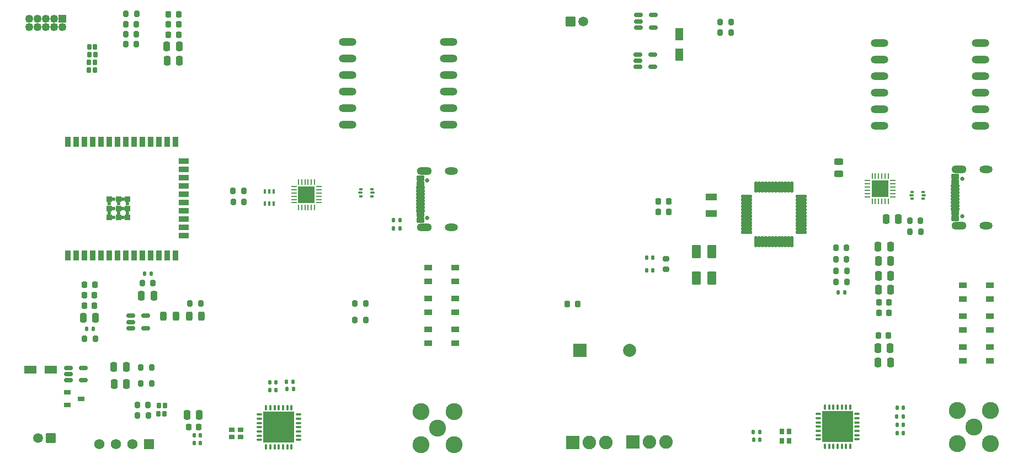
<source format=gbr>
%TF.GenerationSoftware,KiCad,Pcbnew,9.0.0*%
%TF.CreationDate,2025-09-24T11:45:30+09:00*%
%TF.ProjectId,FLP_PCB_set,464c505f-5043-4425-9f73-65742e6b6963,rev?*%
%TF.SameCoordinates,Original*%
%TF.FileFunction,Soldermask,Top*%
%TF.FilePolarity,Negative*%
%FSLAX46Y46*%
G04 Gerber Fmt 4.6, Leading zero omitted, Abs format (unit mm)*
G04 Created by KiCad (PCBNEW 9.0.0) date 2025-09-24 11:45:30*
%MOMM*%
%LPD*%
G01*
G04 APERTURE LIST*
G04 Aperture macros list*
%AMRoundRect*
0 Rectangle with rounded corners*
0 $1 Rounding radius*
0 $2 $3 $4 $5 $6 $7 $8 $9 X,Y pos of 4 corners*
0 Add a 4 corners polygon primitive as box body*
4,1,4,$2,$3,$4,$5,$6,$7,$8,$9,$2,$3,0*
0 Add four circle primitives for the rounded corners*
1,1,$1+$1,$2,$3*
1,1,$1+$1,$4,$5*
1,1,$1+$1,$6,$7*
1,1,$1+$1,$8,$9*
0 Add four rect primitives between the rounded corners*
20,1,$1+$1,$2,$3,$4,$5,0*
20,1,$1+$1,$4,$5,$6,$7,0*
20,1,$1+$1,$6,$7,$8,$9,0*
20,1,$1+$1,$8,$9,$2,$3,0*%
G04 Aperture macros list end*
%ADD10RoundRect,0.250000X-0.250000X-0.475000X0.250000X-0.475000X0.250000X0.475000X-0.250000X0.475000X0*%
%ADD11RoundRect,0.062500X0.350000X0.062500X-0.350000X0.062500X-0.350000X-0.062500X0.350000X-0.062500X0*%
%ADD12RoundRect,0.062500X0.062500X0.350000X-0.062500X0.350000X-0.062500X-0.350000X0.062500X-0.350000X0*%
%ADD13R,2.600000X2.600000*%
%ADD14RoundRect,0.200000X0.200000X0.275000X-0.200000X0.275000X-0.200000X-0.275000X0.200000X-0.275000X0*%
%ADD15RoundRect,0.093750X0.156250X0.093750X-0.156250X0.093750X-0.156250X-0.093750X0.156250X-0.093750X0*%
%ADD16RoundRect,0.075000X0.250000X0.075000X-0.250000X0.075000X-0.250000X-0.075000X0.250000X-0.075000X0*%
%ADD17RoundRect,0.147500X-0.147500X-0.172500X0.147500X-0.172500X0.147500X0.172500X-0.147500X0.172500X0*%
%ADD18RoundRect,0.102000X-0.245000X-0.300000X0.245000X-0.300000X0.245000X0.300000X-0.245000X0.300000X0*%
%ADD19RoundRect,0.140000X-0.140000X-0.170000X0.140000X-0.170000X0.140000X0.170000X-0.140000X0.170000X0*%
%ADD20RoundRect,0.243750X-0.243750X-0.456250X0.243750X-0.456250X0.243750X0.456250X-0.243750X0.456250X0*%
%ADD21RoundRect,0.147500X0.147500X0.172500X-0.147500X0.172500X-0.147500X-0.172500X0.147500X-0.172500X0*%
%ADD22RoundRect,0.200000X-0.200000X-0.275000X0.200000X-0.275000X0.200000X0.275000X-0.200000X0.275000X0*%
%ADD23RoundRect,0.075000X-0.312500X-0.075000X0.312500X-0.075000X0.312500X0.075000X-0.312500X0.075000X0*%
%ADD24RoundRect,0.075000X-0.075000X-0.312500X0.075000X-0.312500X0.075000X0.312500X-0.075000X0.312500X0*%
%ADD25R,4.800000X4.800000*%
%ADD26RoundRect,0.135000X0.135000X0.185000X-0.135000X0.185000X-0.135000X-0.185000X0.135000X-0.185000X0*%
%ADD27RoundRect,0.102000X-0.525000X-0.325000X0.525000X-0.325000X0.525000X0.325000X-0.525000X0.325000X0*%
%ADD28RoundRect,0.102000X0.654000X0.654000X-0.654000X0.654000X-0.654000X-0.654000X0.654000X-0.654000X0*%
%ADD29C,1.512000*%
%ADD30RoundRect,0.200000X-0.275000X0.200000X-0.275000X-0.200000X0.275000X-0.200000X0.275000X0.200000X0*%
%ADD31O,2.704000X1.204000*%
%ADD32RoundRect,0.225000X0.225000X0.250000X-0.225000X0.250000X-0.225000X-0.250000X0.225000X-0.250000X0*%
%ADD33R,1.100000X0.650000*%
%ADD34RoundRect,0.225000X-0.225000X-0.250000X0.225000X-0.250000X0.225000X0.250000X-0.225000X0.250000X0*%
%ADD35RoundRect,0.150000X-0.512500X-0.150000X0.512500X-0.150000X0.512500X0.150000X-0.512500X0.150000X0*%
%ADD36RoundRect,0.100000X0.100000X-0.225000X0.100000X0.225000X-0.100000X0.225000X-0.100000X-0.225000X0*%
%ADD37C,0.650000*%
%ADD38RoundRect,0.090000X0.490000X-0.300000X0.490000X0.300000X-0.490000X0.300000X-0.490000X-0.300000X0*%
%ADD39RoundRect,0.090000X0.500000X-0.300000X0.500000X0.300000X-0.500000X0.300000X-0.500000X-0.300000X0*%
%ADD40RoundRect,0.090000X0.570000X-0.150000X0.570000X0.150000X-0.570000X0.150000X-0.570000X-0.150000X0*%
%ADD41O,2.304000X1.254000*%
%ADD42O,2.004000X1.104000*%
%ADD43C,2.604000*%
%ADD44RoundRect,0.102000X0.245000X0.300000X-0.245000X0.300000X-0.245000X-0.300000X0.245000X-0.300000X0*%
%ADD45R,0.900000X0.800000*%
%ADD46RoundRect,0.243750X-0.456250X0.243750X-0.456250X-0.243750X0.456250X-0.243750X0.456250X0.243750X0*%
%ADD47RoundRect,0.102000X0.600000X0.900000X-0.600000X0.900000X-0.600000X-0.900000X0.600000X-0.900000X0*%
%ADD48R,0.900000X1.500000*%
%ADD49R,1.500000X0.900000*%
%ADD50R,0.900000X0.900000*%
%ADD51C,0.600000*%
%ADD52RoundRect,0.243750X0.243750X0.456250X-0.243750X0.456250X-0.243750X-0.456250X0.243750X-0.456250X0*%
%ADD53RoundRect,0.102000X-0.937500X-0.937500X0.937500X-0.937500X0.937500X0.937500X-0.937500X0.937500X0*%
%ADD54C,2.079000*%
%ADD55RoundRect,0.102000X-0.505000X0.840000X-0.505000X-0.840000X0.505000X-0.840000X0.505000X0.840000X0*%
%ADD56R,0.800000X0.900000*%
%ADD57RoundRect,0.102000X-0.685000X-0.685000X0.685000X-0.685000X0.685000X0.685000X-0.685000X0.685000X0*%
%ADD58C,1.574000*%
%ADD59RoundRect,0.121000X-0.761000X-0.121000X0.761000X-0.121000X0.761000X0.121000X-0.761000X0.121000X0*%
%ADD60RoundRect,0.121000X-0.121000X-0.761000X0.121000X-0.761000X0.121000X0.761000X-0.121000X0.761000X0*%
%ADD61RoundRect,0.102000X-0.654000X-0.654000X0.654000X-0.654000X0.654000X0.654000X-0.654000X0.654000X0*%
%ADD62R,2.000000X2.000000*%
%ADD63C,2.000000*%
%ADD64RoundRect,0.102000X0.525000X0.525000X-0.525000X0.525000X-0.525000X-0.525000X0.525000X-0.525000X0*%
%ADD65C,1.254000*%
%ADD66R,1.800000X1.000000*%
%ADD67RoundRect,0.102000X-0.840000X-0.505000X0.840000X-0.505000X0.840000X0.505000X-0.840000X0.505000X0*%
G04 APERTURE END LIST*
D10*
%TO.C,C43*%
X173530000Y-62800000D03*
X175430000Y-62800000D03*
%TD*%
D11*
%TO.C,U4*%
X86527500Y-60337500D03*
X86527500Y-59837500D03*
X86527500Y-59337500D03*
X86527500Y-58837500D03*
X86527500Y-58337500D03*
X86527500Y-57837500D03*
D12*
X85840000Y-57150000D03*
X85340000Y-57150000D03*
X84840000Y-57150000D03*
X84340000Y-57150000D03*
X83840000Y-57150000D03*
X83340000Y-57150000D03*
D11*
X82652500Y-57837500D03*
X82652500Y-58337500D03*
X82652500Y-58837500D03*
X82652500Y-59337500D03*
X82652500Y-59837500D03*
X82652500Y-60337500D03*
D12*
X83340000Y-61025000D03*
X83840000Y-61025000D03*
X84340000Y-61025000D03*
X84840000Y-61025000D03*
X85340000Y-61025000D03*
X85840000Y-61025000D03*
D13*
X84590000Y-59087500D03*
%TD*%
D14*
%TO.C,R3*%
X58510000Y-32910000D03*
X56860000Y-32910000D03*
%TD*%
D15*
%TO.C,U6*%
X94660000Y-59340000D03*
D16*
X94735000Y-58802500D03*
D15*
X94660000Y-58265000D03*
X92960000Y-58265000D03*
D16*
X92885000Y-58802500D03*
D15*
X92960000Y-59340000D03*
%TD*%
D17*
%TO.C,L4*%
X175225000Y-95730000D03*
X176195000Y-95730000D03*
%TD*%
D18*
%TO.C,C11*%
X61923000Y-91450000D03*
X62837000Y-91450000D03*
%TD*%
D19*
%TO.C,C24*%
X78940000Y-89060000D03*
X79900000Y-89060000D03*
%TD*%
D20*
%TO.C,D4*%
X62652500Y-77760000D03*
X64527500Y-77760000D03*
%TD*%
D14*
%TO.C,R20*%
X178830000Y-64780000D03*
X177180000Y-64780000D03*
%TD*%
D19*
%TO.C,C38*%
X136790000Y-68780000D03*
X137750000Y-68780000D03*
%TD*%
D21*
%TO.C,L3*%
X176155000Y-94420000D03*
X175185000Y-94420000D03*
%TD*%
D10*
%TO.C,C18*%
X59257500Y-74575000D03*
X61157500Y-74575000D03*
%TD*%
D22*
%TO.C,R7*%
X59175000Y-85600000D03*
X60825000Y-85600000D03*
%TD*%
D23*
%TO.C,U7*%
X77362500Y-92842500D03*
X77362500Y-93492500D03*
X77362500Y-94142500D03*
X77362500Y-94792500D03*
X77362500Y-95442500D03*
X77362500Y-96092500D03*
X77362500Y-96742500D03*
D24*
X78400000Y-97780000D03*
X79050000Y-97780000D03*
X79700000Y-97780000D03*
X80350000Y-97780000D03*
X81000000Y-97780000D03*
X81650000Y-97780000D03*
X82300000Y-97780000D03*
D23*
X83337500Y-96742500D03*
X83337500Y-96092500D03*
X83337500Y-95442500D03*
X83337500Y-94792500D03*
X83337500Y-94142500D03*
X83337500Y-93492500D03*
X83337500Y-92842500D03*
D24*
X82300000Y-91805000D03*
X81650000Y-91805000D03*
X81000000Y-91805000D03*
X80350000Y-91805000D03*
X79700000Y-91805000D03*
X79050000Y-91805000D03*
X78400000Y-91805000D03*
D25*
X80350000Y-94792500D03*
%TD*%
D26*
%TO.C,R16*%
X98955000Y-64305000D03*
X97935000Y-64305000D03*
%TD*%
D27*
%TO.C,S1*%
X103286500Y-79765000D03*
X107436500Y-79765000D03*
X103286500Y-81915000D03*
X107436500Y-81915000D03*
%TD*%
D10*
%TO.C,C42*%
X172270000Y-84820000D03*
X174170000Y-84820000D03*
%TD*%
D28*
%TO.C,J7*%
X125090000Y-32490000D03*
D29*
X127090000Y-32490000D03*
%TD*%
D22*
%TO.C,R8*%
X58635000Y-91410000D03*
X60285000Y-91410000D03*
%TD*%
D30*
%TO.C,R27*%
X139790000Y-68920000D03*
X139790000Y-70570000D03*
%TD*%
D31*
%TO.C,U1*%
X90890000Y-35680000D03*
X90890000Y-38220000D03*
X90890000Y-40760000D03*
X90890000Y-43300000D03*
X90890000Y-45840000D03*
X90890000Y-48380000D03*
X106390000Y-48380000D03*
X106390000Y-45840000D03*
X106390000Y-43300000D03*
X106390000Y-40760000D03*
X106390000Y-38220000D03*
X106390000Y-35680000D03*
%TD*%
D14*
%TO.C,R14*%
X68355000Y-75830000D03*
X66705000Y-75830000D03*
%TD*%
D27*
%TO.C,ID1*%
X185340000Y-77730000D03*
X189490000Y-77730000D03*
X185340000Y-79880000D03*
X189490000Y-79880000D03*
%TD*%
D26*
%TO.C,R17*%
X98940000Y-63010000D03*
X97920000Y-63010000D03*
%TD*%
D22*
%TO.C,R22*%
X148080000Y-32570000D03*
X149730000Y-32570000D03*
%TD*%
D32*
%TO.C,C37*%
X126165000Y-75890000D03*
X124615000Y-75890000D03*
%TD*%
D33*
%TO.C,Q1*%
X47930000Y-89440000D03*
X47930000Y-91360000D03*
X50030000Y-90400000D03*
%TD*%
D26*
%TO.C,R13*%
X60730000Y-71200000D03*
X59710000Y-71200000D03*
%TD*%
D34*
%TO.C,C8*%
X50525000Y-76110000D03*
X52075000Y-76110000D03*
%TD*%
D27*
%TO.C,Ctrl1*%
X103286500Y-70265000D03*
X107436500Y-70265000D03*
X103286500Y-72415000D03*
X107436500Y-72415000D03*
%TD*%
D18*
%TO.C,C4*%
X51266000Y-37620000D03*
X52180000Y-37620000D03*
%TD*%
D35*
%TO.C,U3*%
X48030000Y-85670000D03*
X48030000Y-86620000D03*
X48030000Y-87570000D03*
X50305000Y-87570000D03*
X50305000Y-85670000D03*
%TD*%
D36*
%TO.C,Q2*%
X78220000Y-60490000D03*
X78870000Y-60490000D03*
X79520000Y-60490000D03*
X79520000Y-58590000D03*
X78870000Y-58590000D03*
X78220000Y-58590000D03*
%TD*%
D19*
%TO.C,C19*%
X67370000Y-97190000D03*
X68330000Y-97190000D03*
%TD*%
D10*
%TO.C,C34*%
X172250000Y-82610000D03*
X174150000Y-82610000D03*
%TD*%
D35*
%TO.C,U11*%
X135415000Y-37570000D03*
X135415000Y-38520000D03*
X135415000Y-39470000D03*
X137690000Y-39470000D03*
X137690000Y-37570000D03*
%TD*%
D34*
%TO.C,C7*%
X63410000Y-31395000D03*
X64960000Y-31395000D03*
%TD*%
D19*
%TO.C,L2*%
X81620000Y-88930000D03*
X82580000Y-88930000D03*
%TD*%
D18*
%TO.C,C15*%
X61893000Y-92690000D03*
X62807000Y-92690000D03*
%TD*%
D14*
%TO.C,R4*%
X58515000Y-31345000D03*
X56865000Y-31345000D03*
%TD*%
D37*
%TO.C,J6*%
X185200000Y-62420000D03*
X185200000Y-56640000D03*
D38*
X184130000Y-62730000D03*
D39*
X184130000Y-61930000D03*
D40*
X184130000Y-60780000D03*
X184130000Y-59780000D03*
X184130000Y-59280000D03*
X184130000Y-58280000D03*
D38*
X184130000Y-56330000D03*
D39*
X184130000Y-57130000D03*
D40*
X184130000Y-57780000D03*
X184130000Y-58780000D03*
X184130000Y-60280000D03*
X184130000Y-61280000D03*
D41*
X184700000Y-63850000D03*
X184700000Y-55210000D03*
D42*
X188880000Y-63850000D03*
X188880000Y-55210000D03*
%TD*%
D43*
%TO.C,J5*%
X104660000Y-94890000D03*
X107200000Y-97430000D03*
X107200000Y-92350000D03*
X102120000Y-92350000D03*
X102120000Y-97430000D03*
%TD*%
D35*
%TO.C,U5*%
X57632500Y-77690000D03*
X57632500Y-78640000D03*
X57632500Y-79590000D03*
X59907500Y-79590000D03*
X59907500Y-77690000D03*
%TD*%
D14*
%TO.C,R9*%
X74985000Y-60180000D03*
X73335000Y-60180000D03*
%TD*%
D32*
%TO.C,C28*%
X173985000Y-75590000D03*
X172435000Y-75590000D03*
%TD*%
D44*
%TO.C,C3*%
X52150000Y-36430000D03*
X51236000Y-36430000D03*
%TD*%
D14*
%TO.C,R19*%
X93660000Y-78340000D03*
X92010000Y-78340000D03*
%TD*%
D43*
%TO.C,J8*%
X187000000Y-94790000D03*
X189540000Y-97330000D03*
X189540000Y-92250000D03*
X184460000Y-92250000D03*
X184460000Y-97330000D03*
%TD*%
D10*
%TO.C,C16*%
X55022500Y-85540000D03*
X56922500Y-85540000D03*
%TD*%
D45*
%TO.C,Y1*%
X73110000Y-96320000D03*
X74510000Y-96320000D03*
X74510000Y-95220000D03*
X73110000Y-95220000D03*
%TD*%
D44*
%TO.C,C6*%
X52117000Y-39980000D03*
X51203000Y-39980000D03*
%TD*%
D22*
%TO.C,R15*%
X59395000Y-72680000D03*
X61045000Y-72680000D03*
%TD*%
D19*
%TO.C,C31*%
X153177500Y-96715000D03*
X154137500Y-96715000D03*
%TD*%
D34*
%TO.C,C36*%
X172420000Y-77260000D03*
X173970000Y-77260000D03*
%TD*%
D37*
%TO.C,J4*%
X103130000Y-62670000D03*
X103130000Y-56890000D03*
D38*
X102060000Y-62980000D03*
D39*
X102060000Y-62180000D03*
D40*
X102060000Y-61030000D03*
X102060000Y-60030000D03*
X102060000Y-59530000D03*
X102060000Y-58530000D03*
D38*
X102060000Y-56580000D03*
D39*
X102060000Y-57380000D03*
D40*
X102060000Y-58030000D03*
X102060000Y-59030000D03*
X102060000Y-60530000D03*
X102060000Y-61530000D03*
D41*
X102630000Y-64100000D03*
X102630000Y-55460000D03*
D42*
X106810000Y-64100000D03*
X106810000Y-55460000D03*
%TD*%
D32*
%TO.C,C41*%
X140145000Y-60130000D03*
X138595000Y-60130000D03*
%TD*%
D19*
%TO.C,C20*%
X67355000Y-96035000D03*
X68315000Y-96035000D03*
%TD*%
D46*
%TO.C,D7*%
X166260000Y-54012500D03*
X166260000Y-55887500D03*
%TD*%
D10*
%TO.C,C17*%
X63185000Y-38535000D03*
X65085000Y-38535000D03*
%TD*%
%TO.C,C14*%
X55042500Y-88150000D03*
X56942500Y-88150000D03*
%TD*%
D22*
%TO.C,R23*%
X148050000Y-34180000D03*
X149700000Y-34180000D03*
%TD*%
D47*
%TO.C,Y3*%
X146800000Y-71870000D03*
X146800000Y-67870000D03*
X144400000Y-67870000D03*
X144400000Y-71870000D03*
%TD*%
D10*
%TO.C,C25*%
X172330000Y-71520000D03*
X174230000Y-71520000D03*
%TD*%
D27*
%TO.C,Find_Host2*%
X185340000Y-72980000D03*
X189490000Y-72980000D03*
X185340000Y-75130000D03*
X189490000Y-75130000D03*
%TD*%
%TO.C,S2*%
X185340000Y-82480000D03*
X189490000Y-82480000D03*
X185340000Y-84630000D03*
X189490000Y-84630000D03*
%TD*%
D32*
%TO.C,C40*%
X140145000Y-61730000D03*
X138595000Y-61730000D03*
%TD*%
%TO.C,C2*%
X52075000Y-74500000D03*
X50525000Y-74500000D03*
%TD*%
D23*
%TO.C,U13*%
X163105000Y-92750000D03*
X163105000Y-93400000D03*
X163105000Y-94050000D03*
X163105000Y-94700000D03*
X163105000Y-95350000D03*
X163105000Y-96000000D03*
X163105000Y-96650000D03*
D24*
X164142500Y-97687500D03*
X164792500Y-97687500D03*
X165442500Y-97687500D03*
X166092500Y-97687500D03*
X166742500Y-97687500D03*
X167392500Y-97687500D03*
X168042500Y-97687500D03*
D23*
X169080000Y-96650000D03*
X169080000Y-96000000D03*
X169080000Y-95350000D03*
X169080000Y-94700000D03*
X169080000Y-94050000D03*
X169080000Y-93400000D03*
X169080000Y-92750000D03*
D24*
X168042500Y-91712500D03*
X167392500Y-91712500D03*
X166742500Y-91712500D03*
X166092500Y-91712500D03*
X165442500Y-91712500D03*
X164792500Y-91712500D03*
X164142500Y-91712500D03*
D25*
X166092500Y-94700000D03*
%TD*%
D35*
%TO.C,U10*%
X135515000Y-31550000D03*
X135515000Y-32500000D03*
X135515000Y-33450000D03*
X137790000Y-33450000D03*
X137790000Y-31550000D03*
%TD*%
D48*
%TO.C,U2*%
X48010000Y-68450000D03*
X49280000Y-68450000D03*
X50550000Y-68450000D03*
X51820000Y-68450000D03*
X53090000Y-68450000D03*
X54360000Y-68450000D03*
X55630000Y-68450000D03*
X56900000Y-68450000D03*
X58170000Y-68450000D03*
X59440000Y-68450000D03*
X60710000Y-68450000D03*
X61980000Y-68450000D03*
X63250000Y-68450000D03*
X64520000Y-68450000D03*
D49*
X65770000Y-65415000D03*
X65770000Y-64145000D03*
X65770000Y-62875000D03*
X65770000Y-61605000D03*
X65770000Y-60335000D03*
X65770000Y-59065000D03*
X65770000Y-57795000D03*
X65770000Y-56525000D03*
X65770000Y-55255000D03*
X65770000Y-53985000D03*
D48*
X64520000Y-50950000D03*
X63250000Y-50950000D03*
X61980000Y-50950000D03*
X60710000Y-50950000D03*
X59440000Y-50950000D03*
X58170000Y-50950000D03*
X56900000Y-50950000D03*
X55630000Y-50950000D03*
X54360000Y-50950000D03*
X53090000Y-50950000D03*
X51820000Y-50950000D03*
X50550000Y-50950000D03*
X49280000Y-50950000D03*
X48010000Y-50950000D03*
D50*
X54330000Y-62600000D03*
D51*
X55030000Y-62600000D03*
D50*
X55730000Y-62600000D03*
D51*
X56430000Y-62600000D03*
D50*
X57130000Y-62600000D03*
D51*
X54330000Y-61900000D03*
X55730000Y-61900000D03*
X57130000Y-61900000D03*
D50*
X54330000Y-61200000D03*
D51*
X55030000Y-61200000D03*
D50*
X55730000Y-61200000D03*
D51*
X56430000Y-61200000D03*
D50*
X57130000Y-61200000D03*
D51*
X54330000Y-60500000D03*
X55730000Y-60500000D03*
X57130000Y-60500000D03*
D50*
X54330000Y-59800000D03*
D51*
X55030000Y-59800000D03*
D50*
X55730000Y-59800000D03*
D51*
X56430000Y-59800000D03*
D50*
X57130000Y-59800000D03*
%TD*%
D18*
%TO.C,C5*%
X51226000Y-38790000D03*
X52140000Y-38790000D03*
%TD*%
D17*
%TO.C,L1*%
X81515000Y-87830000D03*
X82485000Y-87830000D03*
%TD*%
D52*
%TO.C,D3*%
X68487500Y-77710000D03*
X66612500Y-77710000D03*
%TD*%
D26*
%TO.C,R5*%
X51850000Y-79710000D03*
X50830000Y-79710000D03*
%TD*%
D34*
%TO.C,C12*%
X63410000Y-32955000D03*
X64960000Y-32955000D03*
%TD*%
D10*
%TO.C,C10*%
X50320000Y-77970000D03*
X52220000Y-77970000D03*
%TD*%
D53*
%TO.C,J9*%
X134629250Y-97070750D03*
D54*
X137169250Y-97070750D03*
X139709250Y-97070750D03*
%TD*%
D15*
%TO.C,U8*%
X179190000Y-59725000D03*
D16*
X179265000Y-59187500D03*
D15*
X179190000Y-58650000D03*
X177490000Y-58650000D03*
D16*
X177415000Y-59187500D03*
D15*
X177490000Y-59725000D03*
%TD*%
D22*
%TO.C,R11*%
X58670000Y-92955000D03*
X60320000Y-92955000D03*
%TD*%
D10*
%TO.C,C27*%
X172300000Y-67030000D03*
X174200000Y-67030000D03*
%TD*%
D14*
%TO.C,R21*%
X178825000Y-63060000D03*
X177175000Y-63060000D03*
%TD*%
D26*
%TO.C,R24*%
X167170000Y-74120000D03*
X166150000Y-74120000D03*
%TD*%
D14*
%TO.C,R18*%
X93660000Y-75830000D03*
X92010000Y-75830000D03*
%TD*%
D19*
%TO.C,C39*%
X136790000Y-70750000D03*
X137750000Y-70750000D03*
%TD*%
D32*
%TO.C,C33*%
X173890000Y-80720000D03*
X172340000Y-80720000D03*
%TD*%
D14*
%TO.C,R1*%
X58510000Y-36030000D03*
X56860000Y-36030000D03*
%TD*%
D19*
%TO.C,C35*%
X175170000Y-93160000D03*
X176130000Y-93160000D03*
%TD*%
D14*
%TO.C,R10*%
X74980000Y-58500000D03*
X73330000Y-58500000D03*
%TD*%
D32*
%TO.C,C22*%
X68040000Y-94715000D03*
X66490000Y-94715000D03*
%TD*%
D55*
%TO.C,D5*%
X141750000Y-34472500D03*
X141750000Y-37612500D03*
%TD*%
D34*
%TO.C,C1*%
X50545000Y-72920000D03*
X52095000Y-72920000D03*
%TD*%
D22*
%TO.C,R26*%
X165792500Y-68995000D03*
X167442500Y-68995000D03*
%TD*%
%TO.C,R29*%
X165860000Y-72510000D03*
X167510000Y-72510000D03*
%TD*%
D56*
%TO.C,Y2*%
X158610000Y-96850000D03*
X158610000Y-95450000D03*
X157510000Y-95450000D03*
X157510000Y-96850000D03*
%TD*%
D57*
%TO.C,J2*%
X60400000Y-97370000D03*
D58*
X57860000Y-97370000D03*
X55320000Y-97370000D03*
X52780000Y-97370000D03*
%TD*%
D59*
%TO.C,U9*%
X152140000Y-59390000D03*
X152140000Y-59890000D03*
X152140000Y-60390000D03*
X152140000Y-60890000D03*
X152140000Y-61390000D03*
X152140000Y-61890000D03*
X152140000Y-62390000D03*
X152140000Y-62890000D03*
X152140000Y-63390000D03*
X152140000Y-63890000D03*
X152140000Y-64390000D03*
X152140000Y-64890000D03*
D60*
X153570000Y-66320000D03*
X154070000Y-66320000D03*
X154570000Y-66320000D03*
X155070000Y-66320000D03*
X155570000Y-66320000D03*
X156070000Y-66320000D03*
X156570000Y-66320000D03*
X157070000Y-66320000D03*
X157570000Y-66320000D03*
X158070000Y-66320000D03*
X158570000Y-66320000D03*
X159070000Y-66320000D03*
D59*
X160500000Y-64890000D03*
X160500000Y-64390000D03*
X160500000Y-63890000D03*
X160500000Y-63390000D03*
X160500000Y-62890000D03*
X160500000Y-62390000D03*
X160500000Y-61890000D03*
X160500000Y-61390000D03*
X160500000Y-60890000D03*
X160500000Y-60390000D03*
X160500000Y-59890000D03*
X160500000Y-59390000D03*
D60*
X159070000Y-57960000D03*
X158570000Y-57960000D03*
X158070000Y-57960000D03*
X157570000Y-57960000D03*
X157070000Y-57960000D03*
X156570000Y-57960000D03*
X156070000Y-57960000D03*
X155570000Y-57960000D03*
X155070000Y-57960000D03*
X154570000Y-57960000D03*
X154070000Y-57960000D03*
X153570000Y-57960000D03*
%TD*%
D22*
%TO.C,R25*%
X165807500Y-67265000D03*
X167457500Y-67265000D03*
%TD*%
D10*
%TO.C,C29*%
X172310000Y-69240000D03*
X174210000Y-69240000D03*
%TD*%
D22*
%TO.C,R12*%
X59175000Y-88110000D03*
X60825000Y-88110000D03*
%TD*%
D61*
%TO.C,J3*%
X45380000Y-96450000D03*
D29*
X43380000Y-96450000D03*
%TD*%
D62*
%TO.C,BZ1*%
X126530000Y-83030000D03*
D63*
X134130000Y-83030000D03*
%TD*%
D53*
%TO.C,J10*%
X125456750Y-97140750D03*
D54*
X127996750Y-97140750D03*
X130536750Y-97140750D03*
%TD*%
D22*
%TO.C,R6*%
X50515000Y-81180000D03*
X52165000Y-81180000D03*
%TD*%
D10*
%TO.C,C23*%
X66245000Y-92855000D03*
X68145000Y-92855000D03*
%TD*%
D64*
%TO.C,J1*%
X47130000Y-32090000D03*
D65*
X47130000Y-33360000D03*
X45860000Y-32090000D03*
X45860000Y-33360000D03*
X44590000Y-32090000D03*
X44590000Y-33360000D03*
X43320000Y-32090000D03*
X43320000Y-33360000D03*
X42050000Y-32090000D03*
X42050000Y-33360000D03*
%TD*%
D10*
%TO.C,C9*%
X63170000Y-36360000D03*
X65070000Y-36360000D03*
%TD*%
D14*
%TO.C,R2*%
X58510000Y-34470000D03*
X56860000Y-34470000D03*
%TD*%
D66*
%TO.C,Y4*%
X146670000Y-59470000D03*
X146670000Y-61970000D03*
%TD*%
D10*
%TO.C,C26*%
X172320000Y-73660000D03*
X174220000Y-73660000D03*
%TD*%
D19*
%TO.C,C21*%
X78950000Y-87870000D03*
X79910000Y-87870000D03*
%TD*%
D34*
%TO.C,C13*%
X63415000Y-34540000D03*
X64965000Y-34540000D03*
%TD*%
D19*
%TO.C,C32*%
X175190000Y-91760000D03*
X176150000Y-91760000D03*
%TD*%
%TO.C,C30*%
X153160000Y-95500000D03*
X154120000Y-95500000D03*
%TD*%
D31*
%TO.C,U12*%
X172480000Y-35830000D03*
X172480000Y-38370000D03*
X172480000Y-40910000D03*
X172480000Y-43450000D03*
X172480000Y-45990000D03*
X172480000Y-48530000D03*
X187980000Y-48530000D03*
X187980000Y-45990000D03*
X187980000Y-43450000D03*
X187980000Y-40910000D03*
X187980000Y-38370000D03*
X187980000Y-35830000D03*
%TD*%
D67*
%TO.C,D1*%
X42240000Y-85960000D03*
X45380000Y-85960000D03*
%TD*%
D27*
%TO.C,Find_Host1*%
X103286500Y-75015000D03*
X107436500Y-75015000D03*
X103286500Y-77165000D03*
X107436500Y-77165000D03*
%TD*%
D22*
%TO.C,R28*%
X165860000Y-70770000D03*
X167510000Y-70770000D03*
%TD*%
D11*
%TO.C,U14*%
X174567500Y-59422500D03*
X174567500Y-58922500D03*
X174567500Y-58422500D03*
X174567500Y-57922500D03*
X174567500Y-57422500D03*
X174567500Y-56922500D03*
D12*
X173880000Y-56235000D03*
X173380000Y-56235000D03*
X172880000Y-56235000D03*
X172380000Y-56235000D03*
X171880000Y-56235000D03*
X171380000Y-56235000D03*
D11*
X170692500Y-56922500D03*
X170692500Y-57422500D03*
X170692500Y-57922500D03*
X170692500Y-58422500D03*
X170692500Y-58922500D03*
X170692500Y-59422500D03*
D12*
X171380000Y-60110000D03*
X171880000Y-60110000D03*
X172380000Y-60110000D03*
X172880000Y-60110000D03*
X173380000Y-60110000D03*
X173880000Y-60110000D03*
D13*
X172630000Y-58172500D03*
%TD*%
M02*

</source>
